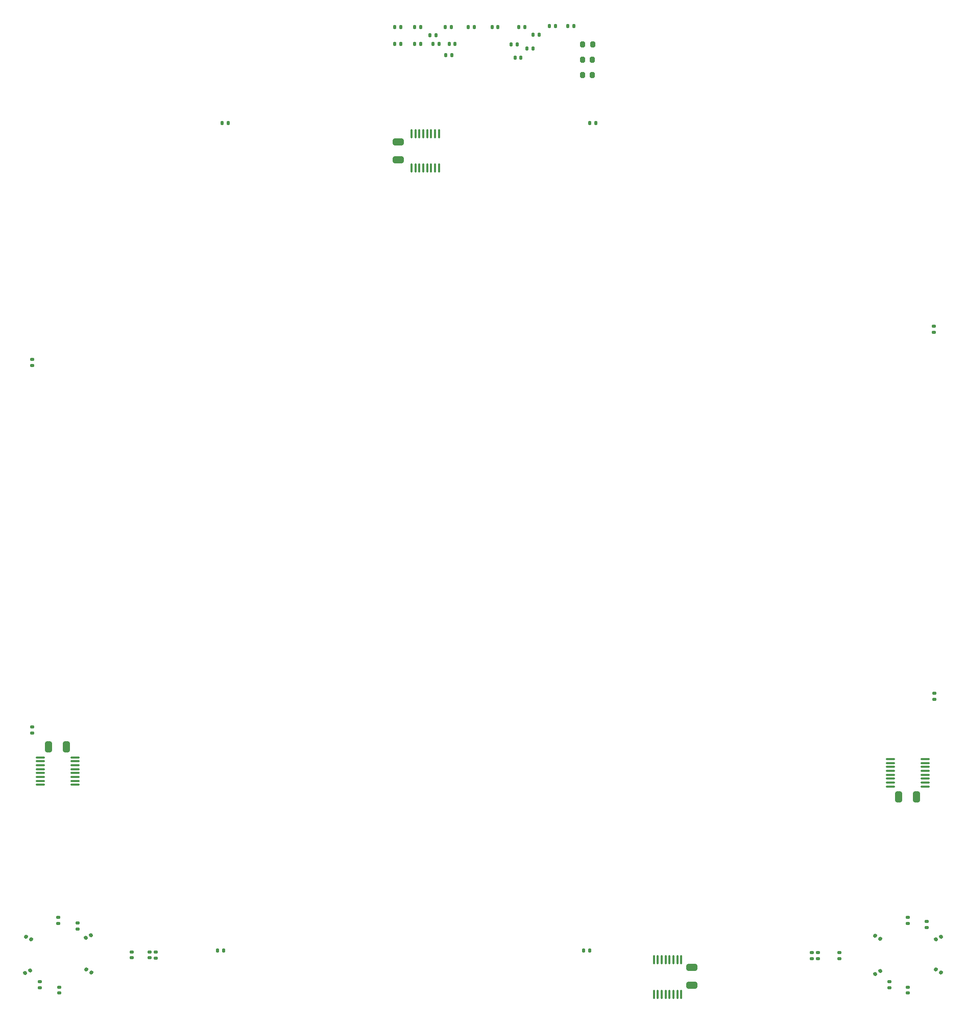
<source format=gbr>
G04 #@! TF.GenerationSoftware,KiCad,Pcbnew,8.0.6*
G04 #@! TF.CreationDate,2024-12-03T14:08:34-05:00*
G04 #@! TF.ProjectId,DDI,4444492e-6b69-4636-9164-5f7063625858,rev?*
G04 #@! TF.SameCoordinates,Original*
G04 #@! TF.FileFunction,Paste,Top*
G04 #@! TF.FilePolarity,Positive*
%FSLAX46Y46*%
G04 Gerber Fmt 4.6, Leading zero omitted, Abs format (unit mm)*
G04 Created by KiCad (PCBNEW 8.0.6) date 2024-12-03 14:08:34*
%MOMM*%
%LPD*%
G01*
G04 APERTURE LIST*
G04 Aperture macros list*
%AMRoundRect*
0 Rectangle with rounded corners*
0 $1 Rounding radius*
0 $2 $3 $4 $5 $6 $7 $8 $9 X,Y pos of 4 corners*
0 Add a 4 corners polygon primitive as box body*
4,1,4,$2,$3,$4,$5,$6,$7,$8,$9,$2,$3,0*
0 Add four circle primitives for the rounded corners*
1,1,$1+$1,$2,$3*
1,1,$1+$1,$4,$5*
1,1,$1+$1,$6,$7*
1,1,$1+$1,$8,$9*
0 Add four rect primitives between the rounded corners*
20,1,$1+$1,$2,$3,$4,$5,0*
20,1,$1+$1,$4,$5,$6,$7,0*
20,1,$1+$1,$6,$7,$8,$9,0*
20,1,$1+$1,$8,$9,$2,$3,0*%
G04 Aperture macros list end*
%ADD10RoundRect,0.250000X-0.650000X0.325000X-0.650000X-0.325000X0.650000X-0.325000X0.650000X0.325000X0*%
%ADD11RoundRect,0.250000X0.325000X0.650000X-0.325000X0.650000X-0.325000X-0.650000X0.325000X-0.650000X0*%
%ADD12RoundRect,0.250000X0.650000X-0.325000X0.650000X0.325000X-0.650000X0.325000X-0.650000X-0.325000X0*%
%ADD13RoundRect,0.250000X-0.325000X-0.650000X0.325000X-0.650000X0.325000X0.650000X-0.325000X0.650000X0*%
%ADD14RoundRect,0.147500X0.147500X0.172500X-0.147500X0.172500X-0.147500X-0.172500X0.147500X-0.172500X0*%
%ADD15RoundRect,0.147500X-0.147500X-0.172500X0.147500X-0.172500X0.147500X0.172500X-0.147500X0.172500X0*%
%ADD16RoundRect,0.147500X0.172500X-0.147500X0.172500X0.147500X-0.172500X0.147500X-0.172500X-0.147500X0*%
%ADD17RoundRect,0.147500X0.213989X0.075639X-0.041489X0.223139X-0.213989X-0.075639X0.041489X-0.223139X0*%
%ADD18RoundRect,0.147500X0.041489X0.223139X-0.213989X0.075639X-0.041489X-0.223139X0.213989X-0.075639X0*%
%ADD19RoundRect,0.147500X-0.172500X0.147500X-0.172500X-0.147500X0.172500X-0.147500X0.172500X0.147500X0*%
%ADD20RoundRect,0.147500X-0.213989X-0.075639X0.041489X-0.223139X0.213989X0.075639X-0.041489X0.223139X0*%
%ADD21RoundRect,0.147500X-0.041489X-0.223139X0.213989X-0.075639X0.041489X0.223139X-0.213989X0.075639X0*%
%ADD22RoundRect,0.200000X-0.200000X-0.275000X0.200000X-0.275000X0.200000X0.275000X-0.200000X0.275000X0*%
%ADD23RoundRect,0.135000X-0.135000X-0.185000X0.135000X-0.185000X0.135000X0.185000X-0.135000X0.185000X0*%
%ADD24RoundRect,0.135000X-0.185000X0.135000X-0.185000X-0.135000X0.185000X-0.135000X0.185000X0.135000X0*%
%ADD25RoundRect,0.135000X0.185000X-0.135000X0.185000X0.135000X-0.185000X0.135000X-0.185000X-0.135000X0*%
%ADD26RoundRect,0.135000X0.135000X0.185000X-0.135000X0.185000X-0.135000X-0.185000X0.135000X-0.185000X0*%
%ADD27RoundRect,0.100000X0.100000X-0.637500X0.100000X0.637500X-0.100000X0.637500X-0.100000X-0.637500X0*%
%ADD28RoundRect,0.100000X-0.637500X-0.100000X0.637500X-0.100000X0.637500X0.100000X-0.637500X0.100000X0*%
%ADD29RoundRect,0.100000X0.637500X0.100000X-0.637500X0.100000X-0.637500X-0.100000X0.637500X-0.100000X0*%
%ADD30RoundRect,0.100000X-0.100000X0.637500X-0.100000X-0.637500X0.100000X-0.637500X0.100000X0.637500X0*%
G04 APERTURE END LIST*
D10*
X193659691Y213794824D03*
X193659691Y210844824D03*
D11*
X138619691Y113513824D03*
X135669691Y113513824D03*
D12*
X242300691Y73938824D03*
X242300691Y76888824D03*
D13*
X276639691Y105195324D03*
X279589691Y105195324D03*
D14*
X194017691Y232893824D03*
X193047691Y232893824D03*
X197319691Y232893824D03*
X196349691Y232893824D03*
X202422691Y232893824D03*
X201452691Y232893824D03*
X206209691Y232893824D03*
X205239691Y232893824D03*
X194017691Y230099824D03*
X193047691Y230099824D03*
X197319691Y230099824D03*
X196349691Y230099824D03*
X200390691Y230099824D03*
X199420691Y230099824D03*
X203057691Y230099824D03*
X202087691Y230099824D03*
D15*
X221749691Y233020824D03*
X222719691Y233020824D03*
X218701691Y233020824D03*
X219671691Y233020824D03*
X213621691Y232893824D03*
X214591691Y232893824D03*
X209176691Y232893824D03*
X210146691Y232893824D03*
X212986691Y227813824D03*
X213956691Y227813824D03*
D14*
X213321691Y229972824D03*
X212351691Y229972824D03*
D16*
X137271691Y84199824D03*
X137271691Y85169824D03*
D17*
X132738713Y81521324D03*
X131898669Y82006324D03*
D18*
X132611713Y76418324D03*
X131771669Y75933324D03*
D19*
X137398691Y73612824D03*
X137398691Y72642824D03*
D20*
X141931669Y76545324D03*
X142771713Y76060324D03*
D21*
X141804669Y81775324D03*
X142644713Y82260324D03*
D16*
X149463691Y78484824D03*
X149463691Y79454824D03*
X152384691Y78484824D03*
X152384691Y79454824D03*
X278114691Y84199824D03*
X278114691Y85169824D03*
D17*
X273581713Y81648324D03*
X272741669Y82133324D03*
D18*
X273581713Y76291324D03*
X272741669Y75806324D03*
D19*
X278114691Y73612824D03*
X278114691Y72642824D03*
D20*
X282774669Y76545324D03*
X283614713Y76060324D03*
D21*
X282774669Y81521324D03*
X283614713Y82006324D03*
D16*
X266811691Y78357824D03*
X266811691Y79327824D03*
X263255691Y78357824D03*
X263255691Y79327824D03*
D22*
X224224926Y230005564D03*
X225874926Y230005564D03*
X224161926Y227465564D03*
X225811926Y227465564D03*
X224161926Y224925564D03*
X225811926Y224925564D03*
D23*
X164384191Y216955324D03*
X165404191Y216955324D03*
X225344191Y216955324D03*
X226364191Y216955324D03*
D24*
X282432691Y183238824D03*
X282432691Y182218824D03*
D23*
X163685691Y79668324D03*
X164705691Y79668324D03*
X224391691Y79668324D03*
X225411691Y79668324D03*
D25*
X132953691Y176694324D03*
X132953691Y177714324D03*
X132953691Y115734324D03*
X132953691Y116754324D03*
D26*
X199886691Y231496824D03*
X198866691Y231496824D03*
X202551691Y228194824D03*
X201531691Y228194824D03*
D23*
X216009691Y231623824D03*
X217029691Y231623824D03*
X214993691Y229337824D03*
X216013691Y229337824D03*
D24*
X134223691Y74526824D03*
X134223691Y73506824D03*
D25*
X140446691Y83285824D03*
X140446691Y84305824D03*
X153400691Y78459824D03*
X153400691Y79479824D03*
D24*
X275066691Y74526824D03*
X275066691Y73506824D03*
D25*
X281289691Y83539824D03*
X281289691Y84559824D03*
X262239691Y78332824D03*
X262239691Y79352824D03*
D27*
X195829691Y209457324D03*
X196479691Y209457324D03*
X197129691Y209457324D03*
X197779691Y209457324D03*
X198429691Y209457324D03*
X199079691Y209457324D03*
X199729691Y209457324D03*
X200379691Y209457324D03*
X200379691Y215182324D03*
X199729691Y215182324D03*
X199079691Y215182324D03*
X198429691Y215182324D03*
X197779691Y215182324D03*
X197129691Y215182324D03*
X196479691Y215182324D03*
X195829691Y215182324D03*
D28*
X134282191Y111724824D03*
X134282191Y111074824D03*
X134282191Y110424824D03*
X134282191Y109774824D03*
X134282191Y109124824D03*
X134282191Y108474824D03*
X134282191Y107824824D03*
X134282191Y107174824D03*
X140007191Y107174824D03*
X140007191Y107824824D03*
X140007191Y108474824D03*
X140007191Y109124824D03*
X140007191Y109774824D03*
X140007191Y110424824D03*
X140007191Y111074824D03*
X140007191Y111724824D03*
D29*
X280977191Y106895424D03*
X280977191Y107545424D03*
X280977191Y108195424D03*
X280977191Y108845424D03*
X280977191Y109495424D03*
X280977191Y110145424D03*
X280977191Y110795424D03*
X280977191Y111445424D03*
X275252191Y111445424D03*
X275252191Y110795424D03*
X275252191Y110145424D03*
X275252191Y109495424D03*
X275252191Y108845424D03*
X275252191Y108195424D03*
X275252191Y107545424D03*
X275252191Y106895424D03*
D30*
X240562491Y78174724D03*
X239912491Y78174724D03*
X239262491Y78174724D03*
X238612491Y78174724D03*
X237962491Y78174724D03*
X237312491Y78174724D03*
X236662491Y78174724D03*
X236012491Y78174724D03*
X236012491Y72449724D03*
X236662491Y72449724D03*
X237312491Y72449724D03*
X237962491Y72449724D03*
X238612491Y72449724D03*
X239262491Y72449724D03*
X239912491Y72449724D03*
X240562491Y72449724D03*
D24*
X282496191Y122405824D03*
X282496191Y121385824D03*
M02*

</source>
